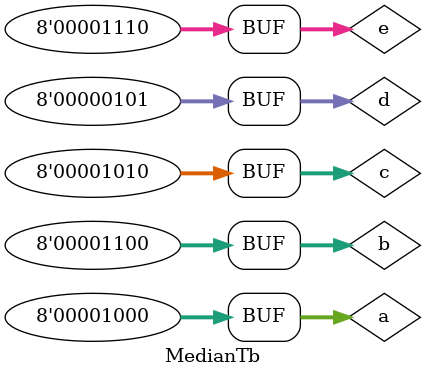
<source format=v>
`timescale 1ns / 1ps


module MedianTb;

	// Inputs
	reg [7:0] a;
	reg [7:0] b;
	reg [7:0] c;
	reg [7:0] d;
	reg [7:0] e;

	// Outputs
	wire [7:0] x1;
	wire [7:0] x2;
	wire [7:0] x3;
	wire [7:0] x4;
	wire [7:0] x5;
	wire [7:0] y;

	// Instantiate the Unit Under Test (UUT)
	median uut (
		.a(a), 
		.b(b), 
		.c(c), 
		.d(d), 
		.e(e), 
		.x1(x1), 
		.x2(x2), 
		.x3(x3), 
		.x4(x4), 
		.x5(x5), 
		.y(y)
	);

	initial begin
		// Initialize Inputs
		a = 0;
		b = 0;
		c = 0;
		d = 0;
		e = 0;

		// Wait 100 ns for global reset to finish
		#100;
		a = 8;
		b = 12;
		c = 10;
		d = 5;
      e = 14;
		#100;
		// Add stimulus here

	end
      
endmodule


</source>
